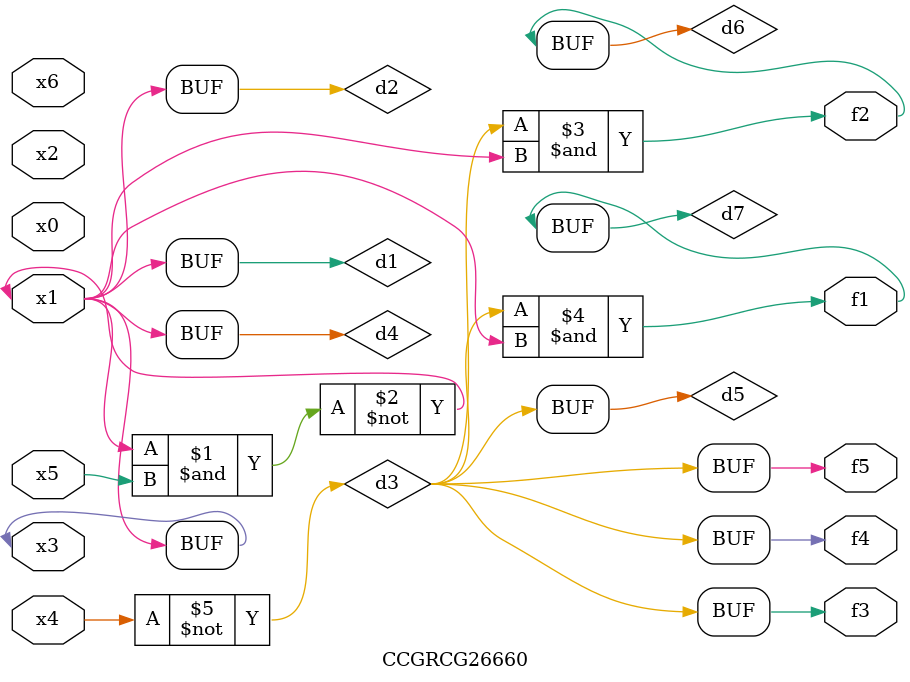
<source format=v>
module CCGRCG26660(
	input x0, x1, x2, x3, x4, x5, x6,
	output f1, f2, f3, f4, f5
);

	wire d1, d2, d3, d4, d5, d6, d7;

	buf (d1, x1, x3);
	nand (d2, x1, x5);
	not (d3, x4);
	buf (d4, d1, d2);
	buf (d5, d3);
	and (d6, d3, d4);
	and (d7, d3, d4);
	assign f1 = d7;
	assign f2 = d6;
	assign f3 = d5;
	assign f4 = d5;
	assign f5 = d5;
endmodule

</source>
